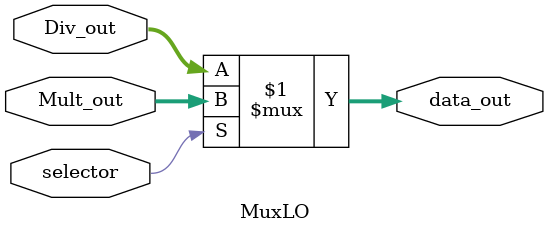
<source format=v>
module MuxLO (
    input wire selector,
    input wire [31:0] Div_out,
    input wire [31:0] Mult_out,

    output wire [31:0] data_out
);

    assign data_out = (selector) ? Mult_out: Div_out;
    
endmodule
</source>
